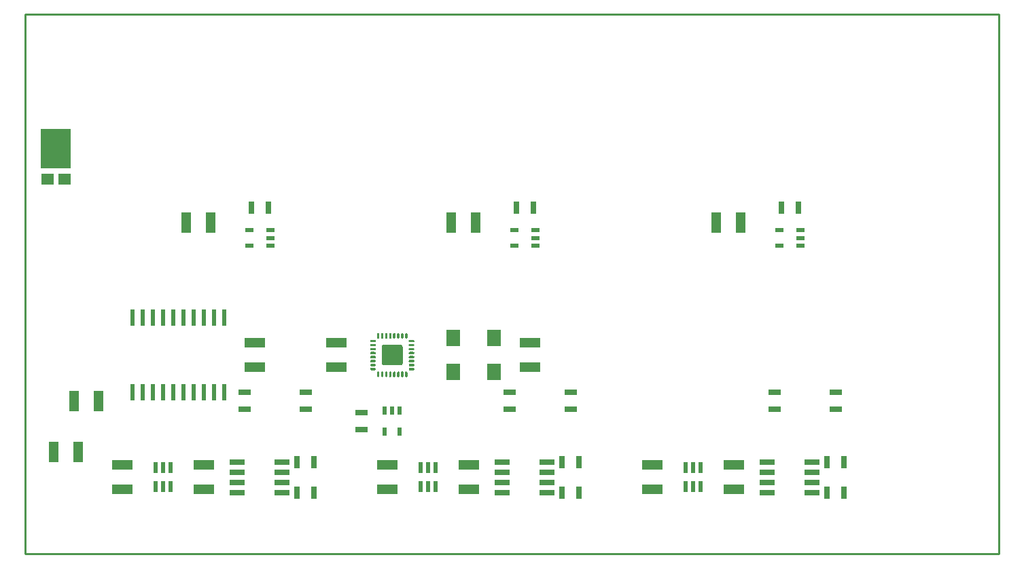
<source format=gbp>
%TF.GenerationSoftware,KiCad,Pcbnew,5.1.0-unknown-2447933~82~ubuntu18.04.1*%
%TF.CreationDate,2019-04-02T11:04:36-04:00*%
%TF.ProjectId,stepper_controller_5x3,73746570-7065-4725-9f63-6f6e74726f6c,1.2*%
%TF.SameCoordinates,Original*%
%TF.FileFunction,Paste,Bot*%
%TF.FilePolarity,Positive*%
%FSLAX46Y46*%
G04 Gerber Fmt 4.6, Leading zero omitted, Abs format (unit mm)*
G04 Created by KiCad (PCBNEW 5.1.0-unknown-2447933~82~ubuntu18.04.1) date 2019-04-02 11:04:36*
%MOMM*%
%LPD*%
G04 APERTURE LIST*
%ADD10C,0.228600*%
%ADD11C,0.100000*%
%ADD12C,2.587201*%
%ADD13C,0.300000*%
%ADD14R,2.540000X1.270000*%
%ADD15R,1.270000X2.540000*%
%ADD16R,1.800000X2.000000*%
%ADD17R,1.600000X1.440000*%
%ADD18R,3.800000X4.960000*%
%ADD19R,1.600200X0.787400*%
%ADD20R,0.787400X1.600200*%
%ADD21R,1.100000X0.600000*%
%ADD22R,1.910000X0.640000*%
%ADD23R,0.558800X1.330960*%
%ADD24R,0.600000X1.100000*%
%ADD25R,0.600000X2.000000*%
G04 APERTURE END LIST*
D10*
X191135000Y-71755000D02*
X69850000Y-71755000D01*
X191135000Y-139065000D02*
X191135000Y-71755000D01*
X69850000Y-139065000D02*
X191135000Y-139065000D01*
X69850000Y-71755000D02*
X69850000Y-139065000D01*
D11*
%TO.C,U1*%
G36*
X116630239Y-113007646D02*
G01*
X116655354Y-113011371D01*
X116679982Y-113017540D01*
X116703888Y-113026094D01*
X116726840Y-113036949D01*
X116748617Y-113050002D01*
X116769010Y-113065127D01*
X116787823Y-113082177D01*
X116804873Y-113100990D01*
X116819998Y-113121383D01*
X116833051Y-113143160D01*
X116843906Y-113166112D01*
X116852460Y-113190018D01*
X116858629Y-113214646D01*
X116862354Y-113239761D01*
X116863600Y-113265120D01*
X116863600Y-115334880D01*
X116862354Y-115360239D01*
X116858629Y-115385354D01*
X116852460Y-115409982D01*
X116843906Y-115433888D01*
X116833051Y-115456840D01*
X116819998Y-115478617D01*
X116804873Y-115499010D01*
X116787823Y-115517823D01*
X116769010Y-115534873D01*
X116748617Y-115549998D01*
X116726840Y-115563051D01*
X116703888Y-115573906D01*
X116679982Y-115582460D01*
X116655354Y-115588629D01*
X116630239Y-115592354D01*
X116604880Y-115593600D01*
X114535120Y-115593600D01*
X114509761Y-115592354D01*
X114484646Y-115588629D01*
X114460018Y-115582460D01*
X114436112Y-115573906D01*
X114413160Y-115563051D01*
X114391383Y-115549998D01*
X114370990Y-115534873D01*
X114352177Y-115517823D01*
X114335127Y-115499010D01*
X114320002Y-115478617D01*
X114306949Y-115456840D01*
X114296094Y-115433888D01*
X114287540Y-115409982D01*
X114281371Y-115385354D01*
X114277646Y-115360239D01*
X114276400Y-115334880D01*
X114276400Y-113265120D01*
X114277646Y-113239761D01*
X114281371Y-113214646D01*
X114287540Y-113190018D01*
X114296094Y-113166112D01*
X114306949Y-113143160D01*
X114320002Y-113121383D01*
X114335127Y-113100990D01*
X114352177Y-113082177D01*
X114370990Y-113065127D01*
X114391383Y-113050002D01*
X114413160Y-113036949D01*
X114436112Y-113026094D01*
X114460018Y-113017540D01*
X114484646Y-113011371D01*
X114509761Y-113007646D01*
X114535120Y-113006400D01*
X116604880Y-113006400D01*
X116630239Y-113007646D01*
X116630239Y-113007646D01*
G37*
D12*
X115570000Y-114300000D03*
D11*
G36*
X113834704Y-111550722D02*
G01*
X113849265Y-111552882D01*
X113863544Y-111556459D01*
X113877404Y-111561418D01*
X113890711Y-111567712D01*
X113903337Y-111575280D01*
X113915160Y-111584048D01*
X113926067Y-111593934D01*
X113935953Y-111604841D01*
X113944721Y-111616664D01*
X113952289Y-111629290D01*
X113958583Y-111642597D01*
X113963542Y-111656457D01*
X113967119Y-111670736D01*
X113969279Y-111685297D01*
X113970001Y-111700000D01*
X113970001Y-112100000D01*
X113969279Y-112114703D01*
X113967119Y-112129264D01*
X113963542Y-112143543D01*
X113958583Y-112157403D01*
X113952289Y-112170710D01*
X113944721Y-112183336D01*
X113935953Y-112195159D01*
X113926067Y-112206066D01*
X113915160Y-112215952D01*
X113903337Y-112224720D01*
X113890711Y-112232288D01*
X113877404Y-112238582D01*
X113863544Y-112243541D01*
X113849265Y-112247118D01*
X113834704Y-112249278D01*
X113820001Y-112250000D01*
X113819999Y-112250000D01*
X113805296Y-112249278D01*
X113790735Y-112247118D01*
X113776456Y-112243541D01*
X113762596Y-112238582D01*
X113749289Y-112232288D01*
X113736663Y-112224720D01*
X113724840Y-112215952D01*
X113713933Y-112206066D01*
X113704047Y-112195159D01*
X113695279Y-112183336D01*
X113687711Y-112170710D01*
X113681417Y-112157403D01*
X113676458Y-112143543D01*
X113672881Y-112129264D01*
X113670721Y-112114703D01*
X113669999Y-112100000D01*
X113669999Y-111700000D01*
X113670721Y-111685297D01*
X113672881Y-111670736D01*
X113676458Y-111656457D01*
X113681417Y-111642597D01*
X113687711Y-111629290D01*
X113695279Y-111616664D01*
X113704047Y-111604841D01*
X113713933Y-111593934D01*
X113724840Y-111584048D01*
X113736663Y-111575280D01*
X113749289Y-111567712D01*
X113762596Y-111561418D01*
X113776456Y-111556459D01*
X113790735Y-111552882D01*
X113805296Y-111550722D01*
X113819999Y-111550000D01*
X113820001Y-111550000D01*
X113834704Y-111550722D01*
X113834704Y-111550722D01*
G37*
D13*
X113820000Y-111900000D03*
D11*
G36*
X114334704Y-111550722D02*
G01*
X114349265Y-111552882D01*
X114363544Y-111556459D01*
X114377404Y-111561418D01*
X114390711Y-111567712D01*
X114403337Y-111575280D01*
X114415160Y-111584048D01*
X114426067Y-111593934D01*
X114435953Y-111604841D01*
X114444721Y-111616664D01*
X114452289Y-111629290D01*
X114458583Y-111642597D01*
X114463542Y-111656457D01*
X114467119Y-111670736D01*
X114469279Y-111685297D01*
X114470001Y-111700000D01*
X114470001Y-112100000D01*
X114469279Y-112114703D01*
X114467119Y-112129264D01*
X114463542Y-112143543D01*
X114458583Y-112157403D01*
X114452289Y-112170710D01*
X114444721Y-112183336D01*
X114435953Y-112195159D01*
X114426067Y-112206066D01*
X114415160Y-112215952D01*
X114403337Y-112224720D01*
X114390711Y-112232288D01*
X114377404Y-112238582D01*
X114363544Y-112243541D01*
X114349265Y-112247118D01*
X114334704Y-112249278D01*
X114320001Y-112250000D01*
X114319999Y-112250000D01*
X114305296Y-112249278D01*
X114290735Y-112247118D01*
X114276456Y-112243541D01*
X114262596Y-112238582D01*
X114249289Y-112232288D01*
X114236663Y-112224720D01*
X114224840Y-112215952D01*
X114213933Y-112206066D01*
X114204047Y-112195159D01*
X114195279Y-112183336D01*
X114187711Y-112170710D01*
X114181417Y-112157403D01*
X114176458Y-112143543D01*
X114172881Y-112129264D01*
X114170721Y-112114703D01*
X114169999Y-112100000D01*
X114169999Y-111700000D01*
X114170721Y-111685297D01*
X114172881Y-111670736D01*
X114176458Y-111656457D01*
X114181417Y-111642597D01*
X114187711Y-111629290D01*
X114195279Y-111616664D01*
X114204047Y-111604841D01*
X114213933Y-111593934D01*
X114224840Y-111584048D01*
X114236663Y-111575280D01*
X114249289Y-111567712D01*
X114262596Y-111561418D01*
X114276456Y-111556459D01*
X114290735Y-111552882D01*
X114305296Y-111550722D01*
X114319999Y-111550000D01*
X114320001Y-111550000D01*
X114334704Y-111550722D01*
X114334704Y-111550722D01*
G37*
D13*
X114320000Y-111900000D03*
D11*
G36*
X114834704Y-111550722D02*
G01*
X114849265Y-111552882D01*
X114863544Y-111556459D01*
X114877404Y-111561418D01*
X114890711Y-111567712D01*
X114903337Y-111575280D01*
X114915160Y-111584048D01*
X114926067Y-111593934D01*
X114935953Y-111604841D01*
X114944721Y-111616664D01*
X114952289Y-111629290D01*
X114958583Y-111642597D01*
X114963542Y-111656457D01*
X114967119Y-111670736D01*
X114969279Y-111685297D01*
X114970001Y-111700000D01*
X114970001Y-112100000D01*
X114969279Y-112114703D01*
X114967119Y-112129264D01*
X114963542Y-112143543D01*
X114958583Y-112157403D01*
X114952289Y-112170710D01*
X114944721Y-112183336D01*
X114935953Y-112195159D01*
X114926067Y-112206066D01*
X114915160Y-112215952D01*
X114903337Y-112224720D01*
X114890711Y-112232288D01*
X114877404Y-112238582D01*
X114863544Y-112243541D01*
X114849265Y-112247118D01*
X114834704Y-112249278D01*
X114820001Y-112250000D01*
X114819999Y-112250000D01*
X114805296Y-112249278D01*
X114790735Y-112247118D01*
X114776456Y-112243541D01*
X114762596Y-112238582D01*
X114749289Y-112232288D01*
X114736663Y-112224720D01*
X114724840Y-112215952D01*
X114713933Y-112206066D01*
X114704047Y-112195159D01*
X114695279Y-112183336D01*
X114687711Y-112170710D01*
X114681417Y-112157403D01*
X114676458Y-112143543D01*
X114672881Y-112129264D01*
X114670721Y-112114703D01*
X114669999Y-112100000D01*
X114669999Y-111700000D01*
X114670721Y-111685297D01*
X114672881Y-111670736D01*
X114676458Y-111656457D01*
X114681417Y-111642597D01*
X114687711Y-111629290D01*
X114695279Y-111616664D01*
X114704047Y-111604841D01*
X114713933Y-111593934D01*
X114724840Y-111584048D01*
X114736663Y-111575280D01*
X114749289Y-111567712D01*
X114762596Y-111561418D01*
X114776456Y-111556459D01*
X114790735Y-111552882D01*
X114805296Y-111550722D01*
X114819999Y-111550000D01*
X114820001Y-111550000D01*
X114834704Y-111550722D01*
X114834704Y-111550722D01*
G37*
D13*
X114820000Y-111900000D03*
D11*
G36*
X115334704Y-111550722D02*
G01*
X115349265Y-111552882D01*
X115363544Y-111556459D01*
X115377404Y-111561418D01*
X115390711Y-111567712D01*
X115403337Y-111575280D01*
X115415160Y-111584048D01*
X115426067Y-111593934D01*
X115435953Y-111604841D01*
X115444721Y-111616664D01*
X115452289Y-111629290D01*
X115458583Y-111642597D01*
X115463542Y-111656457D01*
X115467119Y-111670736D01*
X115469279Y-111685297D01*
X115470001Y-111700000D01*
X115470001Y-112100000D01*
X115469279Y-112114703D01*
X115467119Y-112129264D01*
X115463542Y-112143543D01*
X115458583Y-112157403D01*
X115452289Y-112170710D01*
X115444721Y-112183336D01*
X115435953Y-112195159D01*
X115426067Y-112206066D01*
X115415160Y-112215952D01*
X115403337Y-112224720D01*
X115390711Y-112232288D01*
X115377404Y-112238582D01*
X115363544Y-112243541D01*
X115349265Y-112247118D01*
X115334704Y-112249278D01*
X115320001Y-112250000D01*
X115319999Y-112250000D01*
X115305296Y-112249278D01*
X115290735Y-112247118D01*
X115276456Y-112243541D01*
X115262596Y-112238582D01*
X115249289Y-112232288D01*
X115236663Y-112224720D01*
X115224840Y-112215952D01*
X115213933Y-112206066D01*
X115204047Y-112195159D01*
X115195279Y-112183336D01*
X115187711Y-112170710D01*
X115181417Y-112157403D01*
X115176458Y-112143543D01*
X115172881Y-112129264D01*
X115170721Y-112114703D01*
X115169999Y-112100000D01*
X115169999Y-111700000D01*
X115170721Y-111685297D01*
X115172881Y-111670736D01*
X115176458Y-111656457D01*
X115181417Y-111642597D01*
X115187711Y-111629290D01*
X115195279Y-111616664D01*
X115204047Y-111604841D01*
X115213933Y-111593934D01*
X115224840Y-111584048D01*
X115236663Y-111575280D01*
X115249289Y-111567712D01*
X115262596Y-111561418D01*
X115276456Y-111556459D01*
X115290735Y-111552882D01*
X115305296Y-111550722D01*
X115319999Y-111550000D01*
X115320001Y-111550000D01*
X115334704Y-111550722D01*
X115334704Y-111550722D01*
G37*
D13*
X115320000Y-111900000D03*
D11*
G36*
X115834704Y-111550722D02*
G01*
X115849265Y-111552882D01*
X115863544Y-111556459D01*
X115877404Y-111561418D01*
X115890711Y-111567712D01*
X115903337Y-111575280D01*
X115915160Y-111584048D01*
X115926067Y-111593934D01*
X115935953Y-111604841D01*
X115944721Y-111616664D01*
X115952289Y-111629290D01*
X115958583Y-111642597D01*
X115963542Y-111656457D01*
X115967119Y-111670736D01*
X115969279Y-111685297D01*
X115970001Y-111700000D01*
X115970001Y-112100000D01*
X115969279Y-112114703D01*
X115967119Y-112129264D01*
X115963542Y-112143543D01*
X115958583Y-112157403D01*
X115952289Y-112170710D01*
X115944721Y-112183336D01*
X115935953Y-112195159D01*
X115926067Y-112206066D01*
X115915160Y-112215952D01*
X115903337Y-112224720D01*
X115890711Y-112232288D01*
X115877404Y-112238582D01*
X115863544Y-112243541D01*
X115849265Y-112247118D01*
X115834704Y-112249278D01*
X115820001Y-112250000D01*
X115819999Y-112250000D01*
X115805296Y-112249278D01*
X115790735Y-112247118D01*
X115776456Y-112243541D01*
X115762596Y-112238582D01*
X115749289Y-112232288D01*
X115736663Y-112224720D01*
X115724840Y-112215952D01*
X115713933Y-112206066D01*
X115704047Y-112195159D01*
X115695279Y-112183336D01*
X115687711Y-112170710D01*
X115681417Y-112157403D01*
X115676458Y-112143543D01*
X115672881Y-112129264D01*
X115670721Y-112114703D01*
X115669999Y-112100000D01*
X115669999Y-111700000D01*
X115670721Y-111685297D01*
X115672881Y-111670736D01*
X115676458Y-111656457D01*
X115681417Y-111642597D01*
X115687711Y-111629290D01*
X115695279Y-111616664D01*
X115704047Y-111604841D01*
X115713933Y-111593934D01*
X115724840Y-111584048D01*
X115736663Y-111575280D01*
X115749289Y-111567712D01*
X115762596Y-111561418D01*
X115776456Y-111556459D01*
X115790735Y-111552882D01*
X115805296Y-111550722D01*
X115819999Y-111550000D01*
X115820001Y-111550000D01*
X115834704Y-111550722D01*
X115834704Y-111550722D01*
G37*
D13*
X115820000Y-111900000D03*
D11*
G36*
X116334704Y-111550722D02*
G01*
X116349265Y-111552882D01*
X116363544Y-111556459D01*
X116377404Y-111561418D01*
X116390711Y-111567712D01*
X116403337Y-111575280D01*
X116415160Y-111584048D01*
X116426067Y-111593934D01*
X116435953Y-111604841D01*
X116444721Y-111616664D01*
X116452289Y-111629290D01*
X116458583Y-111642597D01*
X116463542Y-111656457D01*
X116467119Y-111670736D01*
X116469279Y-111685297D01*
X116470001Y-111700000D01*
X116470001Y-112100000D01*
X116469279Y-112114703D01*
X116467119Y-112129264D01*
X116463542Y-112143543D01*
X116458583Y-112157403D01*
X116452289Y-112170710D01*
X116444721Y-112183336D01*
X116435953Y-112195159D01*
X116426067Y-112206066D01*
X116415160Y-112215952D01*
X116403337Y-112224720D01*
X116390711Y-112232288D01*
X116377404Y-112238582D01*
X116363544Y-112243541D01*
X116349265Y-112247118D01*
X116334704Y-112249278D01*
X116320001Y-112250000D01*
X116319999Y-112250000D01*
X116305296Y-112249278D01*
X116290735Y-112247118D01*
X116276456Y-112243541D01*
X116262596Y-112238582D01*
X116249289Y-112232288D01*
X116236663Y-112224720D01*
X116224840Y-112215952D01*
X116213933Y-112206066D01*
X116204047Y-112195159D01*
X116195279Y-112183336D01*
X116187711Y-112170710D01*
X116181417Y-112157403D01*
X116176458Y-112143543D01*
X116172881Y-112129264D01*
X116170721Y-112114703D01*
X116169999Y-112100000D01*
X116169999Y-111700000D01*
X116170721Y-111685297D01*
X116172881Y-111670736D01*
X116176458Y-111656457D01*
X116181417Y-111642597D01*
X116187711Y-111629290D01*
X116195279Y-111616664D01*
X116204047Y-111604841D01*
X116213933Y-111593934D01*
X116224840Y-111584048D01*
X116236663Y-111575280D01*
X116249289Y-111567712D01*
X116262596Y-111561418D01*
X116276456Y-111556459D01*
X116290735Y-111552882D01*
X116305296Y-111550722D01*
X116319999Y-111550000D01*
X116320001Y-111550000D01*
X116334704Y-111550722D01*
X116334704Y-111550722D01*
G37*
D13*
X116320000Y-111900000D03*
D11*
G36*
X116834704Y-111550722D02*
G01*
X116849265Y-111552882D01*
X116863544Y-111556459D01*
X116877404Y-111561418D01*
X116890711Y-111567712D01*
X116903337Y-111575280D01*
X116915160Y-111584048D01*
X116926067Y-111593934D01*
X116935953Y-111604841D01*
X116944721Y-111616664D01*
X116952289Y-111629290D01*
X116958583Y-111642597D01*
X116963542Y-111656457D01*
X116967119Y-111670736D01*
X116969279Y-111685297D01*
X116970001Y-111700000D01*
X116970001Y-112100000D01*
X116969279Y-112114703D01*
X116967119Y-112129264D01*
X116963542Y-112143543D01*
X116958583Y-112157403D01*
X116952289Y-112170710D01*
X116944721Y-112183336D01*
X116935953Y-112195159D01*
X116926067Y-112206066D01*
X116915160Y-112215952D01*
X116903337Y-112224720D01*
X116890711Y-112232288D01*
X116877404Y-112238582D01*
X116863544Y-112243541D01*
X116849265Y-112247118D01*
X116834704Y-112249278D01*
X116820001Y-112250000D01*
X116819999Y-112250000D01*
X116805296Y-112249278D01*
X116790735Y-112247118D01*
X116776456Y-112243541D01*
X116762596Y-112238582D01*
X116749289Y-112232288D01*
X116736663Y-112224720D01*
X116724840Y-112215952D01*
X116713933Y-112206066D01*
X116704047Y-112195159D01*
X116695279Y-112183336D01*
X116687711Y-112170710D01*
X116681417Y-112157403D01*
X116676458Y-112143543D01*
X116672881Y-112129264D01*
X116670721Y-112114703D01*
X116669999Y-112100000D01*
X116669999Y-111700000D01*
X116670721Y-111685297D01*
X116672881Y-111670736D01*
X116676458Y-111656457D01*
X116681417Y-111642597D01*
X116687711Y-111629290D01*
X116695279Y-111616664D01*
X116704047Y-111604841D01*
X116713933Y-111593934D01*
X116724840Y-111584048D01*
X116736663Y-111575280D01*
X116749289Y-111567712D01*
X116762596Y-111561418D01*
X116776456Y-111556459D01*
X116790735Y-111552882D01*
X116805296Y-111550722D01*
X116819999Y-111550000D01*
X116820001Y-111550000D01*
X116834704Y-111550722D01*
X116834704Y-111550722D01*
G37*
D13*
X116820000Y-111900000D03*
D11*
G36*
X117334704Y-111550722D02*
G01*
X117349265Y-111552882D01*
X117363544Y-111556459D01*
X117377404Y-111561418D01*
X117390711Y-111567712D01*
X117403337Y-111575280D01*
X117415160Y-111584048D01*
X117426067Y-111593934D01*
X117435953Y-111604841D01*
X117444721Y-111616664D01*
X117452289Y-111629290D01*
X117458583Y-111642597D01*
X117463542Y-111656457D01*
X117467119Y-111670736D01*
X117469279Y-111685297D01*
X117470001Y-111700000D01*
X117470001Y-112100000D01*
X117469279Y-112114703D01*
X117467119Y-112129264D01*
X117463542Y-112143543D01*
X117458583Y-112157403D01*
X117452289Y-112170710D01*
X117444721Y-112183336D01*
X117435953Y-112195159D01*
X117426067Y-112206066D01*
X117415160Y-112215952D01*
X117403337Y-112224720D01*
X117390711Y-112232288D01*
X117377404Y-112238582D01*
X117363544Y-112243541D01*
X117349265Y-112247118D01*
X117334704Y-112249278D01*
X117320001Y-112250000D01*
X117319999Y-112250000D01*
X117305296Y-112249278D01*
X117290735Y-112247118D01*
X117276456Y-112243541D01*
X117262596Y-112238582D01*
X117249289Y-112232288D01*
X117236663Y-112224720D01*
X117224840Y-112215952D01*
X117213933Y-112206066D01*
X117204047Y-112195159D01*
X117195279Y-112183336D01*
X117187711Y-112170710D01*
X117181417Y-112157403D01*
X117176458Y-112143543D01*
X117172881Y-112129264D01*
X117170721Y-112114703D01*
X117169999Y-112100000D01*
X117169999Y-111700000D01*
X117170721Y-111685297D01*
X117172881Y-111670736D01*
X117176458Y-111656457D01*
X117181417Y-111642597D01*
X117187711Y-111629290D01*
X117195279Y-111616664D01*
X117204047Y-111604841D01*
X117213933Y-111593934D01*
X117224840Y-111584048D01*
X117236663Y-111575280D01*
X117249289Y-111567712D01*
X117262596Y-111561418D01*
X117276456Y-111556459D01*
X117290735Y-111552882D01*
X117305296Y-111550722D01*
X117319999Y-111550000D01*
X117320001Y-111550000D01*
X117334704Y-111550722D01*
X117334704Y-111550722D01*
G37*
D13*
X117320000Y-111900000D03*
D11*
G36*
X117334704Y-116350722D02*
G01*
X117349265Y-116352882D01*
X117363544Y-116356459D01*
X117377404Y-116361418D01*
X117390711Y-116367712D01*
X117403337Y-116375280D01*
X117415160Y-116384048D01*
X117426067Y-116393934D01*
X117435953Y-116404841D01*
X117444721Y-116416664D01*
X117452289Y-116429290D01*
X117458583Y-116442597D01*
X117463542Y-116456457D01*
X117467119Y-116470736D01*
X117469279Y-116485297D01*
X117470001Y-116500000D01*
X117470001Y-116900000D01*
X117469279Y-116914703D01*
X117467119Y-116929264D01*
X117463542Y-116943543D01*
X117458583Y-116957403D01*
X117452289Y-116970710D01*
X117444721Y-116983336D01*
X117435953Y-116995159D01*
X117426067Y-117006066D01*
X117415160Y-117015952D01*
X117403337Y-117024720D01*
X117390711Y-117032288D01*
X117377404Y-117038582D01*
X117363544Y-117043541D01*
X117349265Y-117047118D01*
X117334704Y-117049278D01*
X117320001Y-117050000D01*
X117319999Y-117050000D01*
X117305296Y-117049278D01*
X117290735Y-117047118D01*
X117276456Y-117043541D01*
X117262596Y-117038582D01*
X117249289Y-117032288D01*
X117236663Y-117024720D01*
X117224840Y-117015952D01*
X117213933Y-117006066D01*
X117204047Y-116995159D01*
X117195279Y-116983336D01*
X117187711Y-116970710D01*
X117181417Y-116957403D01*
X117176458Y-116943543D01*
X117172881Y-116929264D01*
X117170721Y-116914703D01*
X117169999Y-116900000D01*
X117169999Y-116500000D01*
X117170721Y-116485297D01*
X117172881Y-116470736D01*
X117176458Y-116456457D01*
X117181417Y-116442597D01*
X117187711Y-116429290D01*
X117195279Y-116416664D01*
X117204047Y-116404841D01*
X117213933Y-116393934D01*
X117224840Y-116384048D01*
X117236663Y-116375280D01*
X117249289Y-116367712D01*
X117262596Y-116361418D01*
X117276456Y-116356459D01*
X117290735Y-116352882D01*
X117305296Y-116350722D01*
X117319999Y-116350000D01*
X117320001Y-116350000D01*
X117334704Y-116350722D01*
X117334704Y-116350722D01*
G37*
D13*
X117320000Y-116700000D03*
D11*
G36*
X116834704Y-116350722D02*
G01*
X116849265Y-116352882D01*
X116863544Y-116356459D01*
X116877404Y-116361418D01*
X116890711Y-116367712D01*
X116903337Y-116375280D01*
X116915160Y-116384048D01*
X116926067Y-116393934D01*
X116935953Y-116404841D01*
X116944721Y-116416664D01*
X116952289Y-116429290D01*
X116958583Y-116442597D01*
X116963542Y-116456457D01*
X116967119Y-116470736D01*
X116969279Y-116485297D01*
X116970001Y-116500000D01*
X116970001Y-116900000D01*
X116969279Y-116914703D01*
X116967119Y-116929264D01*
X116963542Y-116943543D01*
X116958583Y-116957403D01*
X116952289Y-116970710D01*
X116944721Y-116983336D01*
X116935953Y-116995159D01*
X116926067Y-117006066D01*
X116915160Y-117015952D01*
X116903337Y-117024720D01*
X116890711Y-117032288D01*
X116877404Y-117038582D01*
X116863544Y-117043541D01*
X116849265Y-117047118D01*
X116834704Y-117049278D01*
X116820001Y-117050000D01*
X116819999Y-117050000D01*
X116805296Y-117049278D01*
X116790735Y-117047118D01*
X116776456Y-117043541D01*
X116762596Y-117038582D01*
X116749289Y-117032288D01*
X116736663Y-117024720D01*
X116724840Y-117015952D01*
X116713933Y-117006066D01*
X116704047Y-116995159D01*
X116695279Y-116983336D01*
X116687711Y-116970710D01*
X116681417Y-116957403D01*
X116676458Y-116943543D01*
X116672881Y-116929264D01*
X116670721Y-116914703D01*
X116669999Y-116900000D01*
X116669999Y-116500000D01*
X116670721Y-116485297D01*
X116672881Y-116470736D01*
X116676458Y-116456457D01*
X116681417Y-116442597D01*
X116687711Y-116429290D01*
X116695279Y-116416664D01*
X116704047Y-116404841D01*
X116713933Y-116393934D01*
X116724840Y-116384048D01*
X116736663Y-116375280D01*
X116749289Y-116367712D01*
X116762596Y-116361418D01*
X116776456Y-116356459D01*
X116790735Y-116352882D01*
X116805296Y-116350722D01*
X116819999Y-116350000D01*
X116820001Y-116350000D01*
X116834704Y-116350722D01*
X116834704Y-116350722D01*
G37*
D13*
X116820000Y-116700000D03*
D11*
G36*
X116334704Y-116350722D02*
G01*
X116349265Y-116352882D01*
X116363544Y-116356459D01*
X116377404Y-116361418D01*
X116390711Y-116367712D01*
X116403337Y-116375280D01*
X116415160Y-116384048D01*
X116426067Y-116393934D01*
X116435953Y-116404841D01*
X116444721Y-116416664D01*
X116452289Y-116429290D01*
X116458583Y-116442597D01*
X116463542Y-116456457D01*
X116467119Y-116470736D01*
X116469279Y-116485297D01*
X116470001Y-116500000D01*
X116470001Y-116900000D01*
X116469279Y-116914703D01*
X116467119Y-116929264D01*
X116463542Y-116943543D01*
X116458583Y-116957403D01*
X116452289Y-116970710D01*
X116444721Y-116983336D01*
X116435953Y-116995159D01*
X116426067Y-117006066D01*
X116415160Y-117015952D01*
X116403337Y-117024720D01*
X116390711Y-117032288D01*
X116377404Y-117038582D01*
X116363544Y-117043541D01*
X116349265Y-117047118D01*
X116334704Y-117049278D01*
X116320001Y-117050000D01*
X116319999Y-117050000D01*
X116305296Y-117049278D01*
X116290735Y-117047118D01*
X116276456Y-117043541D01*
X116262596Y-117038582D01*
X116249289Y-117032288D01*
X116236663Y-117024720D01*
X116224840Y-117015952D01*
X116213933Y-117006066D01*
X116204047Y-116995159D01*
X116195279Y-116983336D01*
X116187711Y-116970710D01*
X116181417Y-116957403D01*
X116176458Y-116943543D01*
X116172881Y-116929264D01*
X116170721Y-116914703D01*
X116169999Y-116900000D01*
X116169999Y-116500000D01*
X116170721Y-116485297D01*
X116172881Y-116470736D01*
X116176458Y-116456457D01*
X116181417Y-116442597D01*
X116187711Y-116429290D01*
X116195279Y-116416664D01*
X116204047Y-116404841D01*
X116213933Y-116393934D01*
X116224840Y-116384048D01*
X116236663Y-116375280D01*
X116249289Y-116367712D01*
X116262596Y-116361418D01*
X116276456Y-116356459D01*
X116290735Y-116352882D01*
X116305296Y-116350722D01*
X116319999Y-116350000D01*
X116320001Y-116350000D01*
X116334704Y-116350722D01*
X116334704Y-116350722D01*
G37*
D13*
X116320000Y-116700000D03*
D11*
G36*
X115834704Y-116350722D02*
G01*
X115849265Y-116352882D01*
X115863544Y-116356459D01*
X115877404Y-116361418D01*
X115890711Y-116367712D01*
X115903337Y-116375280D01*
X115915160Y-116384048D01*
X115926067Y-116393934D01*
X115935953Y-116404841D01*
X115944721Y-116416664D01*
X115952289Y-116429290D01*
X115958583Y-116442597D01*
X115963542Y-116456457D01*
X115967119Y-116470736D01*
X115969279Y-116485297D01*
X115970001Y-116500000D01*
X115970001Y-116900000D01*
X115969279Y-116914703D01*
X115967119Y-116929264D01*
X115963542Y-116943543D01*
X115958583Y-116957403D01*
X115952289Y-116970710D01*
X115944721Y-116983336D01*
X115935953Y-116995159D01*
X115926067Y-117006066D01*
X115915160Y-117015952D01*
X115903337Y-117024720D01*
X115890711Y-117032288D01*
X115877404Y-117038582D01*
X115863544Y-117043541D01*
X115849265Y-117047118D01*
X115834704Y-117049278D01*
X115820001Y-117050000D01*
X115819999Y-117050000D01*
X115805296Y-117049278D01*
X115790735Y-117047118D01*
X115776456Y-117043541D01*
X115762596Y-117038582D01*
X115749289Y-117032288D01*
X115736663Y-117024720D01*
X115724840Y-117015952D01*
X115713933Y-117006066D01*
X115704047Y-116995159D01*
X115695279Y-116983336D01*
X115687711Y-116970710D01*
X115681417Y-116957403D01*
X115676458Y-116943543D01*
X115672881Y-116929264D01*
X115670721Y-116914703D01*
X115669999Y-116900000D01*
X115669999Y-116500000D01*
X115670721Y-116485297D01*
X115672881Y-116470736D01*
X115676458Y-116456457D01*
X115681417Y-116442597D01*
X115687711Y-116429290D01*
X115695279Y-116416664D01*
X115704047Y-116404841D01*
X115713933Y-116393934D01*
X115724840Y-116384048D01*
X115736663Y-116375280D01*
X115749289Y-116367712D01*
X115762596Y-116361418D01*
X115776456Y-116356459D01*
X115790735Y-116352882D01*
X115805296Y-116350722D01*
X115819999Y-116350000D01*
X115820001Y-116350000D01*
X115834704Y-116350722D01*
X115834704Y-116350722D01*
G37*
D13*
X115820000Y-116700000D03*
D11*
G36*
X115334704Y-116350722D02*
G01*
X115349265Y-116352882D01*
X115363544Y-116356459D01*
X115377404Y-116361418D01*
X115390711Y-116367712D01*
X115403337Y-116375280D01*
X115415160Y-116384048D01*
X115426067Y-116393934D01*
X115435953Y-116404841D01*
X115444721Y-116416664D01*
X115452289Y-116429290D01*
X115458583Y-116442597D01*
X115463542Y-116456457D01*
X115467119Y-116470736D01*
X115469279Y-116485297D01*
X115470001Y-116500000D01*
X115470001Y-116900000D01*
X115469279Y-116914703D01*
X115467119Y-116929264D01*
X115463542Y-116943543D01*
X115458583Y-116957403D01*
X115452289Y-116970710D01*
X115444721Y-116983336D01*
X115435953Y-116995159D01*
X115426067Y-117006066D01*
X115415160Y-117015952D01*
X115403337Y-117024720D01*
X115390711Y-117032288D01*
X115377404Y-117038582D01*
X115363544Y-117043541D01*
X115349265Y-117047118D01*
X115334704Y-117049278D01*
X115320001Y-117050000D01*
X115319999Y-117050000D01*
X115305296Y-117049278D01*
X115290735Y-117047118D01*
X115276456Y-117043541D01*
X115262596Y-117038582D01*
X115249289Y-117032288D01*
X115236663Y-117024720D01*
X115224840Y-117015952D01*
X115213933Y-117006066D01*
X115204047Y-116995159D01*
X115195279Y-116983336D01*
X115187711Y-116970710D01*
X115181417Y-116957403D01*
X115176458Y-116943543D01*
X115172881Y-116929264D01*
X115170721Y-116914703D01*
X115169999Y-116900000D01*
X115169999Y-116500000D01*
X115170721Y-116485297D01*
X115172881Y-116470736D01*
X115176458Y-116456457D01*
X115181417Y-116442597D01*
X115187711Y-116429290D01*
X115195279Y-116416664D01*
X115204047Y-116404841D01*
X115213933Y-116393934D01*
X115224840Y-116384048D01*
X115236663Y-116375280D01*
X115249289Y-116367712D01*
X115262596Y-116361418D01*
X115276456Y-116356459D01*
X115290735Y-116352882D01*
X115305296Y-116350722D01*
X115319999Y-116350000D01*
X115320001Y-116350000D01*
X115334704Y-116350722D01*
X115334704Y-116350722D01*
G37*
D13*
X115320000Y-116700000D03*
D11*
G36*
X114834704Y-116350722D02*
G01*
X114849265Y-116352882D01*
X114863544Y-116356459D01*
X114877404Y-116361418D01*
X114890711Y-116367712D01*
X114903337Y-116375280D01*
X114915160Y-116384048D01*
X114926067Y-116393934D01*
X114935953Y-116404841D01*
X114944721Y-116416664D01*
X114952289Y-116429290D01*
X114958583Y-116442597D01*
X114963542Y-116456457D01*
X114967119Y-116470736D01*
X114969279Y-116485297D01*
X114970001Y-116500000D01*
X114970001Y-116900000D01*
X114969279Y-116914703D01*
X114967119Y-116929264D01*
X114963542Y-116943543D01*
X114958583Y-116957403D01*
X114952289Y-116970710D01*
X114944721Y-116983336D01*
X114935953Y-116995159D01*
X114926067Y-117006066D01*
X114915160Y-117015952D01*
X114903337Y-117024720D01*
X114890711Y-117032288D01*
X114877404Y-117038582D01*
X114863544Y-117043541D01*
X114849265Y-117047118D01*
X114834704Y-117049278D01*
X114820001Y-117050000D01*
X114819999Y-117050000D01*
X114805296Y-117049278D01*
X114790735Y-117047118D01*
X114776456Y-117043541D01*
X114762596Y-117038582D01*
X114749289Y-117032288D01*
X114736663Y-117024720D01*
X114724840Y-117015952D01*
X114713933Y-117006066D01*
X114704047Y-116995159D01*
X114695279Y-116983336D01*
X114687711Y-116970710D01*
X114681417Y-116957403D01*
X114676458Y-116943543D01*
X114672881Y-116929264D01*
X114670721Y-116914703D01*
X114669999Y-116900000D01*
X114669999Y-116500000D01*
X114670721Y-116485297D01*
X114672881Y-116470736D01*
X114676458Y-116456457D01*
X114681417Y-116442597D01*
X114687711Y-116429290D01*
X114695279Y-116416664D01*
X114704047Y-116404841D01*
X114713933Y-116393934D01*
X114724840Y-116384048D01*
X114736663Y-116375280D01*
X114749289Y-116367712D01*
X114762596Y-116361418D01*
X114776456Y-116356459D01*
X114790735Y-116352882D01*
X114805296Y-116350722D01*
X114819999Y-116350000D01*
X114820001Y-116350000D01*
X114834704Y-116350722D01*
X114834704Y-116350722D01*
G37*
D13*
X114820000Y-116700000D03*
D11*
G36*
X114334704Y-116350722D02*
G01*
X114349265Y-116352882D01*
X114363544Y-116356459D01*
X114377404Y-116361418D01*
X114390711Y-116367712D01*
X114403337Y-116375280D01*
X114415160Y-116384048D01*
X114426067Y-116393934D01*
X114435953Y-116404841D01*
X114444721Y-116416664D01*
X114452289Y-116429290D01*
X114458583Y-116442597D01*
X114463542Y-116456457D01*
X114467119Y-116470736D01*
X114469279Y-116485297D01*
X114470001Y-116500000D01*
X114470001Y-116900000D01*
X114469279Y-116914703D01*
X114467119Y-116929264D01*
X114463542Y-116943543D01*
X114458583Y-116957403D01*
X114452289Y-116970710D01*
X114444721Y-116983336D01*
X114435953Y-116995159D01*
X114426067Y-117006066D01*
X114415160Y-117015952D01*
X114403337Y-117024720D01*
X114390711Y-117032288D01*
X114377404Y-117038582D01*
X114363544Y-117043541D01*
X114349265Y-117047118D01*
X114334704Y-117049278D01*
X114320001Y-117050000D01*
X114319999Y-117050000D01*
X114305296Y-117049278D01*
X114290735Y-117047118D01*
X114276456Y-117043541D01*
X114262596Y-117038582D01*
X114249289Y-117032288D01*
X114236663Y-117024720D01*
X114224840Y-117015952D01*
X114213933Y-117006066D01*
X114204047Y-116995159D01*
X114195279Y-116983336D01*
X114187711Y-116970710D01*
X114181417Y-116957403D01*
X114176458Y-116943543D01*
X114172881Y-116929264D01*
X114170721Y-116914703D01*
X114169999Y-116900000D01*
X114169999Y-116500000D01*
X114170721Y-116485297D01*
X114172881Y-116470736D01*
X114176458Y-116456457D01*
X114181417Y-116442597D01*
X114187711Y-116429290D01*
X114195279Y-116416664D01*
X114204047Y-116404841D01*
X114213933Y-116393934D01*
X114224840Y-116384048D01*
X114236663Y-116375280D01*
X114249289Y-116367712D01*
X114262596Y-116361418D01*
X114276456Y-116356459D01*
X114290735Y-116352882D01*
X114305296Y-116350722D01*
X114319999Y-116350000D01*
X114320001Y-116350000D01*
X114334704Y-116350722D01*
X114334704Y-116350722D01*
G37*
D13*
X114320000Y-116700000D03*
D11*
G36*
X113834704Y-116350722D02*
G01*
X113849265Y-116352882D01*
X113863544Y-116356459D01*
X113877404Y-116361418D01*
X113890711Y-116367712D01*
X113903337Y-116375280D01*
X113915160Y-116384048D01*
X113926067Y-116393934D01*
X113935953Y-116404841D01*
X113944721Y-116416664D01*
X113952289Y-116429290D01*
X113958583Y-116442597D01*
X113963542Y-116456457D01*
X113967119Y-116470736D01*
X113969279Y-116485297D01*
X113970001Y-116500000D01*
X113970001Y-116900000D01*
X113969279Y-116914703D01*
X113967119Y-116929264D01*
X113963542Y-116943543D01*
X113958583Y-116957403D01*
X113952289Y-116970710D01*
X113944721Y-116983336D01*
X113935953Y-116995159D01*
X113926067Y-117006066D01*
X113915160Y-117015952D01*
X113903337Y-117024720D01*
X113890711Y-117032288D01*
X113877404Y-117038582D01*
X113863544Y-117043541D01*
X113849265Y-117047118D01*
X113834704Y-117049278D01*
X113820001Y-117050000D01*
X113819999Y-117050000D01*
X113805296Y-117049278D01*
X113790735Y-117047118D01*
X113776456Y-117043541D01*
X113762596Y-117038582D01*
X113749289Y-117032288D01*
X113736663Y-117024720D01*
X113724840Y-117015952D01*
X113713933Y-117006066D01*
X113704047Y-116995159D01*
X113695279Y-116983336D01*
X113687711Y-116970710D01*
X113681417Y-116957403D01*
X113676458Y-116943543D01*
X113672881Y-116929264D01*
X113670721Y-116914703D01*
X113669999Y-116900000D01*
X113669999Y-116500000D01*
X113670721Y-116485297D01*
X113672881Y-116470736D01*
X113676458Y-116456457D01*
X113681417Y-116442597D01*
X113687711Y-116429290D01*
X113695279Y-116416664D01*
X113704047Y-116404841D01*
X113713933Y-116393934D01*
X113724840Y-116384048D01*
X113736663Y-116375280D01*
X113749289Y-116367712D01*
X113762596Y-116361418D01*
X113776456Y-116356459D01*
X113790735Y-116352882D01*
X113805296Y-116350722D01*
X113819999Y-116350000D01*
X113820001Y-116350000D01*
X113834704Y-116350722D01*
X113834704Y-116350722D01*
G37*
D13*
X113820000Y-116700000D03*
D11*
G36*
X118184703Y-112400721D02*
G01*
X118199264Y-112402881D01*
X118213543Y-112406458D01*
X118227403Y-112411417D01*
X118240710Y-112417711D01*
X118253336Y-112425279D01*
X118265159Y-112434047D01*
X118276066Y-112443933D01*
X118285952Y-112454840D01*
X118294720Y-112466663D01*
X118302288Y-112479289D01*
X118308582Y-112492596D01*
X118313541Y-112506456D01*
X118317118Y-112520735D01*
X118319278Y-112535296D01*
X118320000Y-112549999D01*
X118320000Y-112550001D01*
X118319278Y-112564704D01*
X118317118Y-112579265D01*
X118313541Y-112593544D01*
X118308582Y-112607404D01*
X118302288Y-112620711D01*
X118294720Y-112633337D01*
X118285952Y-112645160D01*
X118276066Y-112656067D01*
X118265159Y-112665953D01*
X118253336Y-112674721D01*
X118240710Y-112682289D01*
X118227403Y-112688583D01*
X118213543Y-112693542D01*
X118199264Y-112697119D01*
X118184703Y-112699279D01*
X118170000Y-112700001D01*
X117770000Y-112700001D01*
X117755297Y-112699279D01*
X117740736Y-112697119D01*
X117726457Y-112693542D01*
X117712597Y-112688583D01*
X117699290Y-112682289D01*
X117686664Y-112674721D01*
X117674841Y-112665953D01*
X117663934Y-112656067D01*
X117654048Y-112645160D01*
X117645280Y-112633337D01*
X117637712Y-112620711D01*
X117631418Y-112607404D01*
X117626459Y-112593544D01*
X117622882Y-112579265D01*
X117620722Y-112564704D01*
X117620000Y-112550001D01*
X117620000Y-112549999D01*
X117620722Y-112535296D01*
X117622882Y-112520735D01*
X117626459Y-112506456D01*
X117631418Y-112492596D01*
X117637712Y-112479289D01*
X117645280Y-112466663D01*
X117654048Y-112454840D01*
X117663934Y-112443933D01*
X117674841Y-112434047D01*
X117686664Y-112425279D01*
X117699290Y-112417711D01*
X117712597Y-112411417D01*
X117726457Y-112406458D01*
X117740736Y-112402881D01*
X117755297Y-112400721D01*
X117770000Y-112399999D01*
X118170000Y-112399999D01*
X118184703Y-112400721D01*
X118184703Y-112400721D01*
G37*
D13*
X117970000Y-112550000D03*
D11*
G36*
X118184703Y-112900721D02*
G01*
X118199264Y-112902881D01*
X118213543Y-112906458D01*
X118227403Y-112911417D01*
X118240710Y-112917711D01*
X118253336Y-112925279D01*
X118265159Y-112934047D01*
X118276066Y-112943933D01*
X118285952Y-112954840D01*
X118294720Y-112966663D01*
X118302288Y-112979289D01*
X118308582Y-112992596D01*
X118313541Y-113006456D01*
X118317118Y-113020735D01*
X118319278Y-113035296D01*
X118320000Y-113049999D01*
X118320000Y-113050001D01*
X118319278Y-113064704D01*
X118317118Y-113079265D01*
X118313541Y-113093544D01*
X118308582Y-113107404D01*
X118302288Y-113120711D01*
X118294720Y-113133337D01*
X118285952Y-113145160D01*
X118276066Y-113156067D01*
X118265159Y-113165953D01*
X118253336Y-113174721D01*
X118240710Y-113182289D01*
X118227403Y-113188583D01*
X118213543Y-113193542D01*
X118199264Y-113197119D01*
X118184703Y-113199279D01*
X118170000Y-113200001D01*
X117770000Y-113200001D01*
X117755297Y-113199279D01*
X117740736Y-113197119D01*
X117726457Y-113193542D01*
X117712597Y-113188583D01*
X117699290Y-113182289D01*
X117686664Y-113174721D01*
X117674841Y-113165953D01*
X117663934Y-113156067D01*
X117654048Y-113145160D01*
X117645280Y-113133337D01*
X117637712Y-113120711D01*
X117631418Y-113107404D01*
X117626459Y-113093544D01*
X117622882Y-113079265D01*
X117620722Y-113064704D01*
X117620000Y-113050001D01*
X117620000Y-113049999D01*
X117620722Y-113035296D01*
X117622882Y-113020735D01*
X117626459Y-113006456D01*
X117631418Y-112992596D01*
X117637712Y-112979289D01*
X117645280Y-112966663D01*
X117654048Y-112954840D01*
X117663934Y-112943933D01*
X117674841Y-112934047D01*
X117686664Y-112925279D01*
X117699290Y-112917711D01*
X117712597Y-112911417D01*
X117726457Y-112906458D01*
X117740736Y-112902881D01*
X117755297Y-112900721D01*
X117770000Y-112899999D01*
X118170000Y-112899999D01*
X118184703Y-112900721D01*
X118184703Y-112900721D01*
G37*
D13*
X117970000Y-113050000D03*
D11*
G36*
X118184703Y-113400721D02*
G01*
X118199264Y-113402881D01*
X118213543Y-113406458D01*
X118227403Y-113411417D01*
X118240710Y-113417711D01*
X118253336Y-113425279D01*
X118265159Y-113434047D01*
X118276066Y-113443933D01*
X118285952Y-113454840D01*
X118294720Y-113466663D01*
X118302288Y-113479289D01*
X118308582Y-113492596D01*
X118313541Y-113506456D01*
X118317118Y-113520735D01*
X118319278Y-113535296D01*
X118320000Y-113549999D01*
X118320000Y-113550001D01*
X118319278Y-113564704D01*
X118317118Y-113579265D01*
X118313541Y-113593544D01*
X118308582Y-113607404D01*
X118302288Y-113620711D01*
X118294720Y-113633337D01*
X118285952Y-113645160D01*
X118276066Y-113656067D01*
X118265159Y-113665953D01*
X118253336Y-113674721D01*
X118240710Y-113682289D01*
X118227403Y-113688583D01*
X118213543Y-113693542D01*
X118199264Y-113697119D01*
X118184703Y-113699279D01*
X118170000Y-113700001D01*
X117770000Y-113700001D01*
X117755297Y-113699279D01*
X117740736Y-113697119D01*
X117726457Y-113693542D01*
X117712597Y-113688583D01*
X117699290Y-113682289D01*
X117686664Y-113674721D01*
X117674841Y-113665953D01*
X117663934Y-113656067D01*
X117654048Y-113645160D01*
X117645280Y-113633337D01*
X117637712Y-113620711D01*
X117631418Y-113607404D01*
X117626459Y-113593544D01*
X117622882Y-113579265D01*
X117620722Y-113564704D01*
X117620000Y-113550001D01*
X117620000Y-113549999D01*
X117620722Y-113535296D01*
X117622882Y-113520735D01*
X117626459Y-113506456D01*
X117631418Y-113492596D01*
X117637712Y-113479289D01*
X117645280Y-113466663D01*
X117654048Y-113454840D01*
X117663934Y-113443933D01*
X117674841Y-113434047D01*
X117686664Y-113425279D01*
X117699290Y-113417711D01*
X117712597Y-113411417D01*
X117726457Y-113406458D01*
X117740736Y-113402881D01*
X117755297Y-113400721D01*
X117770000Y-113399999D01*
X118170000Y-113399999D01*
X118184703Y-113400721D01*
X118184703Y-113400721D01*
G37*
D13*
X117970000Y-113550000D03*
D11*
G36*
X118184703Y-113900721D02*
G01*
X118199264Y-113902881D01*
X118213543Y-113906458D01*
X118227403Y-113911417D01*
X118240710Y-113917711D01*
X118253336Y-113925279D01*
X118265159Y-113934047D01*
X118276066Y-113943933D01*
X118285952Y-113954840D01*
X118294720Y-113966663D01*
X118302288Y-113979289D01*
X118308582Y-113992596D01*
X118313541Y-114006456D01*
X118317118Y-114020735D01*
X118319278Y-114035296D01*
X118320000Y-114049999D01*
X118320000Y-114050001D01*
X118319278Y-114064704D01*
X118317118Y-114079265D01*
X118313541Y-114093544D01*
X118308582Y-114107404D01*
X118302288Y-114120711D01*
X118294720Y-114133337D01*
X118285952Y-114145160D01*
X118276066Y-114156067D01*
X118265159Y-114165953D01*
X118253336Y-114174721D01*
X118240710Y-114182289D01*
X118227403Y-114188583D01*
X118213543Y-114193542D01*
X118199264Y-114197119D01*
X118184703Y-114199279D01*
X118170000Y-114200001D01*
X117770000Y-114200001D01*
X117755297Y-114199279D01*
X117740736Y-114197119D01*
X117726457Y-114193542D01*
X117712597Y-114188583D01*
X117699290Y-114182289D01*
X117686664Y-114174721D01*
X117674841Y-114165953D01*
X117663934Y-114156067D01*
X117654048Y-114145160D01*
X117645280Y-114133337D01*
X117637712Y-114120711D01*
X117631418Y-114107404D01*
X117626459Y-114093544D01*
X117622882Y-114079265D01*
X117620722Y-114064704D01*
X117620000Y-114050001D01*
X117620000Y-114049999D01*
X117620722Y-114035296D01*
X117622882Y-114020735D01*
X117626459Y-114006456D01*
X117631418Y-113992596D01*
X117637712Y-113979289D01*
X117645280Y-113966663D01*
X117654048Y-113954840D01*
X117663934Y-113943933D01*
X117674841Y-113934047D01*
X117686664Y-113925279D01*
X117699290Y-113917711D01*
X117712597Y-113911417D01*
X117726457Y-113906458D01*
X117740736Y-113902881D01*
X117755297Y-113900721D01*
X117770000Y-113899999D01*
X118170000Y-113899999D01*
X118184703Y-113900721D01*
X118184703Y-113900721D01*
G37*
D13*
X117970000Y-114050000D03*
D11*
G36*
X118184703Y-114400721D02*
G01*
X118199264Y-114402881D01*
X118213543Y-114406458D01*
X118227403Y-114411417D01*
X118240710Y-114417711D01*
X118253336Y-114425279D01*
X118265159Y-114434047D01*
X118276066Y-114443933D01*
X118285952Y-114454840D01*
X118294720Y-114466663D01*
X118302288Y-114479289D01*
X118308582Y-114492596D01*
X118313541Y-114506456D01*
X118317118Y-114520735D01*
X118319278Y-114535296D01*
X118320000Y-114549999D01*
X118320000Y-114550001D01*
X118319278Y-114564704D01*
X118317118Y-114579265D01*
X118313541Y-114593544D01*
X118308582Y-114607404D01*
X118302288Y-114620711D01*
X118294720Y-114633337D01*
X118285952Y-114645160D01*
X118276066Y-114656067D01*
X118265159Y-114665953D01*
X118253336Y-114674721D01*
X118240710Y-114682289D01*
X118227403Y-114688583D01*
X118213543Y-114693542D01*
X118199264Y-114697119D01*
X118184703Y-114699279D01*
X118170000Y-114700001D01*
X117770000Y-114700001D01*
X117755297Y-114699279D01*
X117740736Y-114697119D01*
X117726457Y-114693542D01*
X117712597Y-114688583D01*
X117699290Y-114682289D01*
X117686664Y-114674721D01*
X117674841Y-114665953D01*
X117663934Y-114656067D01*
X117654048Y-114645160D01*
X117645280Y-114633337D01*
X117637712Y-114620711D01*
X117631418Y-114607404D01*
X117626459Y-114593544D01*
X117622882Y-114579265D01*
X117620722Y-114564704D01*
X117620000Y-114550001D01*
X117620000Y-114549999D01*
X117620722Y-114535296D01*
X117622882Y-114520735D01*
X117626459Y-114506456D01*
X117631418Y-114492596D01*
X117637712Y-114479289D01*
X117645280Y-114466663D01*
X117654048Y-114454840D01*
X117663934Y-114443933D01*
X117674841Y-114434047D01*
X117686664Y-114425279D01*
X117699290Y-114417711D01*
X117712597Y-114411417D01*
X117726457Y-114406458D01*
X117740736Y-114402881D01*
X117755297Y-114400721D01*
X117770000Y-114399999D01*
X118170000Y-114399999D01*
X118184703Y-114400721D01*
X118184703Y-114400721D01*
G37*
D13*
X117970000Y-114550000D03*
D11*
G36*
X118184703Y-114900721D02*
G01*
X118199264Y-114902881D01*
X118213543Y-114906458D01*
X118227403Y-114911417D01*
X118240710Y-114917711D01*
X118253336Y-114925279D01*
X118265159Y-114934047D01*
X118276066Y-114943933D01*
X118285952Y-114954840D01*
X118294720Y-114966663D01*
X118302288Y-114979289D01*
X118308582Y-114992596D01*
X118313541Y-115006456D01*
X118317118Y-115020735D01*
X118319278Y-115035296D01*
X118320000Y-115049999D01*
X118320000Y-115050001D01*
X118319278Y-115064704D01*
X118317118Y-115079265D01*
X118313541Y-115093544D01*
X118308582Y-115107404D01*
X118302288Y-115120711D01*
X118294720Y-115133337D01*
X118285952Y-115145160D01*
X118276066Y-115156067D01*
X118265159Y-115165953D01*
X118253336Y-115174721D01*
X118240710Y-115182289D01*
X118227403Y-115188583D01*
X118213543Y-115193542D01*
X118199264Y-115197119D01*
X118184703Y-115199279D01*
X118170000Y-115200001D01*
X117770000Y-115200001D01*
X117755297Y-115199279D01*
X117740736Y-115197119D01*
X117726457Y-115193542D01*
X117712597Y-115188583D01*
X117699290Y-115182289D01*
X117686664Y-115174721D01*
X117674841Y-115165953D01*
X117663934Y-115156067D01*
X117654048Y-115145160D01*
X117645280Y-115133337D01*
X117637712Y-115120711D01*
X117631418Y-115107404D01*
X117626459Y-115093544D01*
X117622882Y-115079265D01*
X117620722Y-115064704D01*
X117620000Y-115050001D01*
X117620000Y-115049999D01*
X117620722Y-115035296D01*
X117622882Y-115020735D01*
X117626459Y-115006456D01*
X117631418Y-114992596D01*
X117637712Y-114979289D01*
X117645280Y-114966663D01*
X117654048Y-114954840D01*
X117663934Y-114943933D01*
X117674841Y-114934047D01*
X117686664Y-114925279D01*
X117699290Y-114917711D01*
X117712597Y-114911417D01*
X117726457Y-114906458D01*
X117740736Y-114902881D01*
X117755297Y-114900721D01*
X117770000Y-114899999D01*
X118170000Y-114899999D01*
X118184703Y-114900721D01*
X118184703Y-114900721D01*
G37*
D13*
X117970000Y-115050000D03*
D11*
G36*
X118184703Y-115400721D02*
G01*
X118199264Y-115402881D01*
X118213543Y-115406458D01*
X118227403Y-115411417D01*
X118240710Y-115417711D01*
X118253336Y-115425279D01*
X118265159Y-115434047D01*
X118276066Y-115443933D01*
X118285952Y-115454840D01*
X118294720Y-115466663D01*
X118302288Y-115479289D01*
X118308582Y-115492596D01*
X118313541Y-115506456D01*
X118317118Y-115520735D01*
X118319278Y-115535296D01*
X118320000Y-115549999D01*
X118320000Y-115550001D01*
X118319278Y-115564704D01*
X118317118Y-115579265D01*
X118313541Y-115593544D01*
X118308582Y-115607404D01*
X118302288Y-115620711D01*
X118294720Y-115633337D01*
X118285952Y-115645160D01*
X118276066Y-115656067D01*
X118265159Y-115665953D01*
X118253336Y-115674721D01*
X118240710Y-115682289D01*
X118227403Y-115688583D01*
X118213543Y-115693542D01*
X118199264Y-115697119D01*
X118184703Y-115699279D01*
X118170000Y-115700001D01*
X117770000Y-115700001D01*
X117755297Y-115699279D01*
X117740736Y-115697119D01*
X117726457Y-115693542D01*
X117712597Y-115688583D01*
X117699290Y-115682289D01*
X117686664Y-115674721D01*
X117674841Y-115665953D01*
X117663934Y-115656067D01*
X117654048Y-115645160D01*
X117645280Y-115633337D01*
X117637712Y-115620711D01*
X117631418Y-115607404D01*
X117626459Y-115593544D01*
X117622882Y-115579265D01*
X117620722Y-115564704D01*
X117620000Y-115550001D01*
X117620000Y-115549999D01*
X117620722Y-115535296D01*
X117622882Y-115520735D01*
X117626459Y-115506456D01*
X117631418Y-115492596D01*
X117637712Y-115479289D01*
X117645280Y-115466663D01*
X117654048Y-115454840D01*
X117663934Y-115443933D01*
X117674841Y-115434047D01*
X117686664Y-115425279D01*
X117699290Y-115417711D01*
X117712597Y-115411417D01*
X117726457Y-115406458D01*
X117740736Y-115402881D01*
X117755297Y-115400721D01*
X117770000Y-115399999D01*
X118170000Y-115399999D01*
X118184703Y-115400721D01*
X118184703Y-115400721D01*
G37*
D13*
X117970000Y-115550000D03*
D11*
G36*
X118184703Y-115900721D02*
G01*
X118199264Y-115902881D01*
X118213543Y-115906458D01*
X118227403Y-115911417D01*
X118240710Y-115917711D01*
X118253336Y-115925279D01*
X118265159Y-115934047D01*
X118276066Y-115943933D01*
X118285952Y-115954840D01*
X118294720Y-115966663D01*
X118302288Y-115979289D01*
X118308582Y-115992596D01*
X118313541Y-116006456D01*
X118317118Y-116020735D01*
X118319278Y-116035296D01*
X118320000Y-116049999D01*
X118320000Y-116050001D01*
X118319278Y-116064704D01*
X118317118Y-116079265D01*
X118313541Y-116093544D01*
X118308582Y-116107404D01*
X118302288Y-116120711D01*
X118294720Y-116133337D01*
X118285952Y-116145160D01*
X118276066Y-116156067D01*
X118265159Y-116165953D01*
X118253336Y-116174721D01*
X118240710Y-116182289D01*
X118227403Y-116188583D01*
X118213543Y-116193542D01*
X118199264Y-116197119D01*
X118184703Y-116199279D01*
X118170000Y-116200001D01*
X117770000Y-116200001D01*
X117755297Y-116199279D01*
X117740736Y-116197119D01*
X117726457Y-116193542D01*
X117712597Y-116188583D01*
X117699290Y-116182289D01*
X117686664Y-116174721D01*
X117674841Y-116165953D01*
X117663934Y-116156067D01*
X117654048Y-116145160D01*
X117645280Y-116133337D01*
X117637712Y-116120711D01*
X117631418Y-116107404D01*
X117626459Y-116093544D01*
X117622882Y-116079265D01*
X117620722Y-116064704D01*
X117620000Y-116050001D01*
X117620000Y-116049999D01*
X117620722Y-116035296D01*
X117622882Y-116020735D01*
X117626459Y-116006456D01*
X117631418Y-115992596D01*
X117637712Y-115979289D01*
X117645280Y-115966663D01*
X117654048Y-115954840D01*
X117663934Y-115943933D01*
X117674841Y-115934047D01*
X117686664Y-115925279D01*
X117699290Y-115917711D01*
X117712597Y-115911417D01*
X117726457Y-115906458D01*
X117740736Y-115902881D01*
X117755297Y-115900721D01*
X117770000Y-115899999D01*
X118170000Y-115899999D01*
X118184703Y-115900721D01*
X118184703Y-115900721D01*
G37*
D13*
X117970000Y-116050000D03*
D11*
G36*
X113384703Y-115900721D02*
G01*
X113399264Y-115902881D01*
X113413543Y-115906458D01*
X113427403Y-115911417D01*
X113440710Y-115917711D01*
X113453336Y-115925279D01*
X113465159Y-115934047D01*
X113476066Y-115943933D01*
X113485952Y-115954840D01*
X113494720Y-115966663D01*
X113502288Y-115979289D01*
X113508582Y-115992596D01*
X113513541Y-116006456D01*
X113517118Y-116020735D01*
X113519278Y-116035296D01*
X113520000Y-116049999D01*
X113520000Y-116050001D01*
X113519278Y-116064704D01*
X113517118Y-116079265D01*
X113513541Y-116093544D01*
X113508582Y-116107404D01*
X113502288Y-116120711D01*
X113494720Y-116133337D01*
X113485952Y-116145160D01*
X113476066Y-116156067D01*
X113465159Y-116165953D01*
X113453336Y-116174721D01*
X113440710Y-116182289D01*
X113427403Y-116188583D01*
X113413543Y-116193542D01*
X113399264Y-116197119D01*
X113384703Y-116199279D01*
X113370000Y-116200001D01*
X112970000Y-116200001D01*
X112955297Y-116199279D01*
X112940736Y-116197119D01*
X112926457Y-116193542D01*
X112912597Y-116188583D01*
X112899290Y-116182289D01*
X112886664Y-116174721D01*
X112874841Y-116165953D01*
X112863934Y-116156067D01*
X112854048Y-116145160D01*
X112845280Y-116133337D01*
X112837712Y-116120711D01*
X112831418Y-116107404D01*
X112826459Y-116093544D01*
X112822882Y-116079265D01*
X112820722Y-116064704D01*
X112820000Y-116050001D01*
X112820000Y-116049999D01*
X112820722Y-116035296D01*
X112822882Y-116020735D01*
X112826459Y-116006456D01*
X112831418Y-115992596D01*
X112837712Y-115979289D01*
X112845280Y-115966663D01*
X112854048Y-115954840D01*
X112863934Y-115943933D01*
X112874841Y-115934047D01*
X112886664Y-115925279D01*
X112899290Y-115917711D01*
X112912597Y-115911417D01*
X112926457Y-115906458D01*
X112940736Y-115902881D01*
X112955297Y-115900721D01*
X112970000Y-115899999D01*
X113370000Y-115899999D01*
X113384703Y-115900721D01*
X113384703Y-115900721D01*
G37*
D13*
X113170000Y-116050000D03*
D11*
G36*
X113384703Y-115400721D02*
G01*
X113399264Y-115402881D01*
X113413543Y-115406458D01*
X113427403Y-115411417D01*
X113440710Y-115417711D01*
X113453336Y-115425279D01*
X113465159Y-115434047D01*
X113476066Y-115443933D01*
X113485952Y-115454840D01*
X113494720Y-115466663D01*
X113502288Y-115479289D01*
X113508582Y-115492596D01*
X113513541Y-115506456D01*
X113517118Y-115520735D01*
X113519278Y-115535296D01*
X113520000Y-115549999D01*
X113520000Y-115550001D01*
X113519278Y-115564704D01*
X113517118Y-115579265D01*
X113513541Y-115593544D01*
X113508582Y-115607404D01*
X113502288Y-115620711D01*
X113494720Y-115633337D01*
X113485952Y-115645160D01*
X113476066Y-115656067D01*
X113465159Y-115665953D01*
X113453336Y-115674721D01*
X113440710Y-115682289D01*
X113427403Y-115688583D01*
X113413543Y-115693542D01*
X113399264Y-115697119D01*
X113384703Y-115699279D01*
X113370000Y-115700001D01*
X112970000Y-115700001D01*
X112955297Y-115699279D01*
X112940736Y-115697119D01*
X112926457Y-115693542D01*
X112912597Y-115688583D01*
X112899290Y-115682289D01*
X112886664Y-115674721D01*
X112874841Y-115665953D01*
X112863934Y-115656067D01*
X112854048Y-115645160D01*
X112845280Y-115633337D01*
X112837712Y-115620711D01*
X112831418Y-115607404D01*
X112826459Y-115593544D01*
X112822882Y-115579265D01*
X112820722Y-115564704D01*
X112820000Y-115550001D01*
X112820000Y-115549999D01*
X112820722Y-115535296D01*
X112822882Y-115520735D01*
X112826459Y-115506456D01*
X112831418Y-115492596D01*
X112837712Y-115479289D01*
X112845280Y-115466663D01*
X112854048Y-115454840D01*
X112863934Y-115443933D01*
X112874841Y-115434047D01*
X112886664Y-115425279D01*
X112899290Y-115417711D01*
X112912597Y-115411417D01*
X112926457Y-115406458D01*
X112940736Y-115402881D01*
X112955297Y-115400721D01*
X112970000Y-115399999D01*
X113370000Y-115399999D01*
X113384703Y-115400721D01*
X113384703Y-115400721D01*
G37*
D13*
X113170000Y-115550000D03*
D11*
G36*
X113384703Y-114900721D02*
G01*
X113399264Y-114902881D01*
X113413543Y-114906458D01*
X113427403Y-114911417D01*
X113440710Y-114917711D01*
X113453336Y-114925279D01*
X113465159Y-114934047D01*
X113476066Y-114943933D01*
X113485952Y-114954840D01*
X113494720Y-114966663D01*
X113502288Y-114979289D01*
X113508582Y-114992596D01*
X113513541Y-115006456D01*
X113517118Y-115020735D01*
X113519278Y-115035296D01*
X113520000Y-115049999D01*
X113520000Y-115050001D01*
X113519278Y-115064704D01*
X113517118Y-115079265D01*
X113513541Y-115093544D01*
X113508582Y-115107404D01*
X113502288Y-115120711D01*
X113494720Y-115133337D01*
X113485952Y-115145160D01*
X113476066Y-115156067D01*
X113465159Y-115165953D01*
X113453336Y-115174721D01*
X113440710Y-115182289D01*
X113427403Y-115188583D01*
X113413543Y-115193542D01*
X113399264Y-115197119D01*
X113384703Y-115199279D01*
X113370000Y-115200001D01*
X112970000Y-115200001D01*
X112955297Y-115199279D01*
X112940736Y-115197119D01*
X112926457Y-115193542D01*
X112912597Y-115188583D01*
X112899290Y-115182289D01*
X112886664Y-115174721D01*
X112874841Y-115165953D01*
X112863934Y-115156067D01*
X112854048Y-115145160D01*
X112845280Y-115133337D01*
X112837712Y-115120711D01*
X112831418Y-115107404D01*
X112826459Y-115093544D01*
X112822882Y-115079265D01*
X112820722Y-115064704D01*
X112820000Y-115050001D01*
X112820000Y-115049999D01*
X112820722Y-115035296D01*
X112822882Y-115020735D01*
X112826459Y-115006456D01*
X112831418Y-114992596D01*
X112837712Y-114979289D01*
X112845280Y-114966663D01*
X112854048Y-114954840D01*
X112863934Y-114943933D01*
X112874841Y-114934047D01*
X112886664Y-114925279D01*
X112899290Y-114917711D01*
X112912597Y-114911417D01*
X112926457Y-114906458D01*
X112940736Y-114902881D01*
X112955297Y-114900721D01*
X112970000Y-114899999D01*
X113370000Y-114899999D01*
X113384703Y-114900721D01*
X113384703Y-114900721D01*
G37*
D13*
X113170000Y-115050000D03*
D11*
G36*
X113384703Y-114400721D02*
G01*
X113399264Y-114402881D01*
X113413543Y-114406458D01*
X113427403Y-114411417D01*
X113440710Y-114417711D01*
X113453336Y-114425279D01*
X113465159Y-114434047D01*
X113476066Y-114443933D01*
X113485952Y-114454840D01*
X113494720Y-114466663D01*
X113502288Y-114479289D01*
X113508582Y-114492596D01*
X113513541Y-114506456D01*
X113517118Y-114520735D01*
X113519278Y-114535296D01*
X113520000Y-114549999D01*
X113520000Y-114550001D01*
X113519278Y-114564704D01*
X113517118Y-114579265D01*
X113513541Y-114593544D01*
X113508582Y-114607404D01*
X113502288Y-114620711D01*
X113494720Y-114633337D01*
X113485952Y-114645160D01*
X113476066Y-114656067D01*
X113465159Y-114665953D01*
X113453336Y-114674721D01*
X113440710Y-114682289D01*
X113427403Y-114688583D01*
X113413543Y-114693542D01*
X113399264Y-114697119D01*
X113384703Y-114699279D01*
X113370000Y-114700001D01*
X112970000Y-114700001D01*
X112955297Y-114699279D01*
X112940736Y-114697119D01*
X112926457Y-114693542D01*
X112912597Y-114688583D01*
X112899290Y-114682289D01*
X112886664Y-114674721D01*
X112874841Y-114665953D01*
X112863934Y-114656067D01*
X112854048Y-114645160D01*
X112845280Y-114633337D01*
X112837712Y-114620711D01*
X112831418Y-114607404D01*
X112826459Y-114593544D01*
X112822882Y-114579265D01*
X112820722Y-114564704D01*
X112820000Y-114550001D01*
X112820000Y-114549999D01*
X112820722Y-114535296D01*
X112822882Y-114520735D01*
X112826459Y-114506456D01*
X112831418Y-114492596D01*
X112837712Y-114479289D01*
X112845280Y-114466663D01*
X112854048Y-114454840D01*
X112863934Y-114443933D01*
X112874841Y-114434047D01*
X112886664Y-114425279D01*
X112899290Y-114417711D01*
X112912597Y-114411417D01*
X112926457Y-114406458D01*
X112940736Y-114402881D01*
X112955297Y-114400721D01*
X112970000Y-114399999D01*
X113370000Y-114399999D01*
X113384703Y-114400721D01*
X113384703Y-114400721D01*
G37*
D13*
X113170000Y-114550000D03*
D11*
G36*
X113384703Y-113900721D02*
G01*
X113399264Y-113902881D01*
X113413543Y-113906458D01*
X113427403Y-113911417D01*
X113440710Y-113917711D01*
X113453336Y-113925279D01*
X113465159Y-113934047D01*
X113476066Y-113943933D01*
X113485952Y-113954840D01*
X113494720Y-113966663D01*
X113502288Y-113979289D01*
X113508582Y-113992596D01*
X113513541Y-114006456D01*
X113517118Y-114020735D01*
X113519278Y-114035296D01*
X113520000Y-114049999D01*
X113520000Y-114050001D01*
X113519278Y-114064704D01*
X113517118Y-114079265D01*
X113513541Y-114093544D01*
X113508582Y-114107404D01*
X113502288Y-114120711D01*
X113494720Y-114133337D01*
X113485952Y-114145160D01*
X113476066Y-114156067D01*
X113465159Y-114165953D01*
X113453336Y-114174721D01*
X113440710Y-114182289D01*
X113427403Y-114188583D01*
X113413543Y-114193542D01*
X113399264Y-114197119D01*
X113384703Y-114199279D01*
X113370000Y-114200001D01*
X112970000Y-114200001D01*
X112955297Y-114199279D01*
X112940736Y-114197119D01*
X112926457Y-114193542D01*
X112912597Y-114188583D01*
X112899290Y-114182289D01*
X112886664Y-114174721D01*
X112874841Y-114165953D01*
X112863934Y-114156067D01*
X112854048Y-114145160D01*
X112845280Y-114133337D01*
X112837712Y-114120711D01*
X112831418Y-114107404D01*
X112826459Y-114093544D01*
X112822882Y-114079265D01*
X112820722Y-114064704D01*
X112820000Y-114050001D01*
X112820000Y-114049999D01*
X112820722Y-114035296D01*
X112822882Y-114020735D01*
X112826459Y-114006456D01*
X112831418Y-113992596D01*
X112837712Y-113979289D01*
X112845280Y-113966663D01*
X112854048Y-113954840D01*
X112863934Y-113943933D01*
X112874841Y-113934047D01*
X112886664Y-113925279D01*
X112899290Y-113917711D01*
X112912597Y-113911417D01*
X112926457Y-113906458D01*
X112940736Y-113902881D01*
X112955297Y-113900721D01*
X112970000Y-113899999D01*
X113370000Y-113899999D01*
X113384703Y-113900721D01*
X113384703Y-113900721D01*
G37*
D13*
X113170000Y-114050000D03*
D11*
G36*
X113384703Y-113400721D02*
G01*
X113399264Y-113402881D01*
X113413543Y-113406458D01*
X113427403Y-113411417D01*
X113440710Y-113417711D01*
X113453336Y-113425279D01*
X113465159Y-113434047D01*
X113476066Y-113443933D01*
X113485952Y-113454840D01*
X113494720Y-113466663D01*
X113502288Y-113479289D01*
X113508582Y-113492596D01*
X113513541Y-113506456D01*
X113517118Y-113520735D01*
X113519278Y-113535296D01*
X113520000Y-113549999D01*
X113520000Y-113550001D01*
X113519278Y-113564704D01*
X113517118Y-113579265D01*
X113513541Y-113593544D01*
X113508582Y-113607404D01*
X113502288Y-113620711D01*
X113494720Y-113633337D01*
X113485952Y-113645160D01*
X113476066Y-113656067D01*
X113465159Y-113665953D01*
X113453336Y-113674721D01*
X113440710Y-113682289D01*
X113427403Y-113688583D01*
X113413543Y-113693542D01*
X113399264Y-113697119D01*
X113384703Y-113699279D01*
X113370000Y-113700001D01*
X112970000Y-113700001D01*
X112955297Y-113699279D01*
X112940736Y-113697119D01*
X112926457Y-113693542D01*
X112912597Y-113688583D01*
X112899290Y-113682289D01*
X112886664Y-113674721D01*
X112874841Y-113665953D01*
X112863934Y-113656067D01*
X112854048Y-113645160D01*
X112845280Y-113633337D01*
X112837712Y-113620711D01*
X112831418Y-113607404D01*
X112826459Y-113593544D01*
X112822882Y-113579265D01*
X112820722Y-113564704D01*
X112820000Y-113550001D01*
X112820000Y-113549999D01*
X112820722Y-113535296D01*
X112822882Y-113520735D01*
X112826459Y-113506456D01*
X112831418Y-113492596D01*
X112837712Y-113479289D01*
X112845280Y-113466663D01*
X112854048Y-113454840D01*
X112863934Y-113443933D01*
X112874841Y-113434047D01*
X112886664Y-113425279D01*
X112899290Y-113417711D01*
X112912597Y-113411417D01*
X112926457Y-113406458D01*
X112940736Y-113402881D01*
X112955297Y-113400721D01*
X112970000Y-113399999D01*
X113370000Y-113399999D01*
X113384703Y-113400721D01*
X113384703Y-113400721D01*
G37*
D13*
X113170000Y-113550000D03*
D11*
G36*
X113384703Y-112900721D02*
G01*
X113399264Y-112902881D01*
X113413543Y-112906458D01*
X113427403Y-112911417D01*
X113440710Y-112917711D01*
X113453336Y-112925279D01*
X113465159Y-112934047D01*
X113476066Y-112943933D01*
X113485952Y-112954840D01*
X113494720Y-112966663D01*
X113502288Y-112979289D01*
X113508582Y-112992596D01*
X113513541Y-113006456D01*
X113517118Y-113020735D01*
X113519278Y-113035296D01*
X113520000Y-113049999D01*
X113520000Y-113050001D01*
X113519278Y-113064704D01*
X113517118Y-113079265D01*
X113513541Y-113093544D01*
X113508582Y-113107404D01*
X113502288Y-113120711D01*
X113494720Y-113133337D01*
X113485952Y-113145160D01*
X113476066Y-113156067D01*
X113465159Y-113165953D01*
X113453336Y-113174721D01*
X113440710Y-113182289D01*
X113427403Y-113188583D01*
X113413543Y-113193542D01*
X113399264Y-113197119D01*
X113384703Y-113199279D01*
X113370000Y-113200001D01*
X112970000Y-113200001D01*
X112955297Y-113199279D01*
X112940736Y-113197119D01*
X112926457Y-113193542D01*
X112912597Y-113188583D01*
X112899290Y-113182289D01*
X112886664Y-113174721D01*
X112874841Y-113165953D01*
X112863934Y-113156067D01*
X112854048Y-113145160D01*
X112845280Y-113133337D01*
X112837712Y-113120711D01*
X112831418Y-113107404D01*
X112826459Y-113093544D01*
X112822882Y-113079265D01*
X112820722Y-113064704D01*
X112820000Y-113050001D01*
X112820000Y-113049999D01*
X112820722Y-113035296D01*
X112822882Y-113020735D01*
X112826459Y-113006456D01*
X112831418Y-112992596D01*
X112837712Y-112979289D01*
X112845280Y-112966663D01*
X112854048Y-112954840D01*
X112863934Y-112943933D01*
X112874841Y-112934047D01*
X112886664Y-112925279D01*
X112899290Y-112917711D01*
X112912597Y-112911417D01*
X112926457Y-112906458D01*
X112940736Y-112902881D01*
X112955297Y-112900721D01*
X112970000Y-112899999D01*
X113370000Y-112899999D01*
X113384703Y-112900721D01*
X113384703Y-112900721D01*
G37*
D13*
X113170000Y-113050000D03*
D11*
G36*
X113384703Y-112400721D02*
G01*
X113399264Y-112402881D01*
X113413543Y-112406458D01*
X113427403Y-112411417D01*
X113440710Y-112417711D01*
X113453336Y-112425279D01*
X113465159Y-112434047D01*
X113476066Y-112443933D01*
X113485952Y-112454840D01*
X113494720Y-112466663D01*
X113502288Y-112479289D01*
X113508582Y-112492596D01*
X113513541Y-112506456D01*
X113517118Y-112520735D01*
X113519278Y-112535296D01*
X113520000Y-112549999D01*
X113520000Y-112550001D01*
X113519278Y-112564704D01*
X113517118Y-112579265D01*
X113513541Y-112593544D01*
X113508582Y-112607404D01*
X113502288Y-112620711D01*
X113494720Y-112633337D01*
X113485952Y-112645160D01*
X113476066Y-112656067D01*
X113465159Y-112665953D01*
X113453336Y-112674721D01*
X113440710Y-112682289D01*
X113427403Y-112688583D01*
X113413543Y-112693542D01*
X113399264Y-112697119D01*
X113384703Y-112699279D01*
X113370000Y-112700001D01*
X112970000Y-112700001D01*
X112955297Y-112699279D01*
X112940736Y-112697119D01*
X112926457Y-112693542D01*
X112912597Y-112688583D01*
X112899290Y-112682289D01*
X112886664Y-112674721D01*
X112874841Y-112665953D01*
X112863934Y-112656067D01*
X112854048Y-112645160D01*
X112845280Y-112633337D01*
X112837712Y-112620711D01*
X112831418Y-112607404D01*
X112826459Y-112593544D01*
X112822882Y-112579265D01*
X112820722Y-112564704D01*
X112820000Y-112550001D01*
X112820000Y-112549999D01*
X112820722Y-112535296D01*
X112822882Y-112520735D01*
X112826459Y-112506456D01*
X112831418Y-112492596D01*
X112837712Y-112479289D01*
X112845280Y-112466663D01*
X112854048Y-112454840D01*
X112863934Y-112443933D01*
X112874841Y-112434047D01*
X112886664Y-112425279D01*
X112899290Y-112417711D01*
X112912597Y-112411417D01*
X112926457Y-112406458D01*
X112940736Y-112402881D01*
X112955297Y-112400721D01*
X112970000Y-112399999D01*
X113370000Y-112399999D01*
X113384703Y-112400721D01*
X113384703Y-112400721D01*
G37*
D13*
X113170000Y-112550000D03*
%TD*%
D14*
%TO.C,C1*%
X132715000Y-115824000D03*
X132715000Y-112776000D03*
%TD*%
D15*
%TO.C,C2*%
X76454000Y-126365000D03*
X73406000Y-126365000D03*
%TD*%
D14*
%TO.C,C4*%
X108585000Y-112776000D03*
X108585000Y-115824000D03*
%TD*%
%TO.C,C5*%
X98425000Y-115824000D03*
X98425000Y-112776000D03*
%TD*%
D15*
%TO.C,C7*%
X159004000Y-97790000D03*
X155956000Y-97790000D03*
%TD*%
D16*
%TO.C,CLK1*%
X128270000Y-116400000D03*
X123190000Y-116400000D03*
X123190000Y-112200000D03*
X128270000Y-112200000D03*
%TD*%
D17*
%TO.C,D1*%
X74725000Y-92315000D03*
X72595000Y-92315000D03*
D18*
X73660000Y-88515000D03*
%TD*%
D15*
%TO.C,C3*%
X75946000Y-120015000D03*
X78994000Y-120015000D03*
%TD*%
D14*
%TO.C,C12*%
X125095000Y-131064000D03*
X125095000Y-128016000D03*
%TD*%
%TO.C,C8*%
X158115000Y-131064000D03*
X158115000Y-128016000D03*
%TD*%
%TO.C,C9*%
X147955000Y-131064000D03*
X147955000Y-128016000D03*
%TD*%
D15*
%TO.C,C11*%
X125984000Y-97790000D03*
X122936000Y-97790000D03*
%TD*%
D14*
%TO.C,C13*%
X114935000Y-131064000D03*
X114935000Y-128016000D03*
%TD*%
D15*
%TO.C,C15*%
X92964000Y-97790000D03*
X89916000Y-97790000D03*
%TD*%
D14*
%TO.C,C16*%
X92075000Y-131064000D03*
X92075000Y-128016000D03*
%TD*%
%TO.C,C17*%
X81915000Y-131064000D03*
X81915000Y-128016000D03*
%TD*%
D19*
%TO.C,R1*%
X111760000Y-121513600D03*
X111760000Y-123596400D03*
%TD*%
D20*
%TO.C,R2*%
X166141400Y-95885000D03*
X164058600Y-95885000D03*
%TD*%
%TO.C,R3*%
X169773600Y-127635000D03*
X171856400Y-127635000D03*
%TD*%
D19*
%TO.C,R4*%
X163195000Y-118973600D03*
X163195000Y-121056400D03*
%TD*%
D20*
%TO.C,R5*%
X169773600Y-131445000D03*
X171856400Y-131445000D03*
%TD*%
D19*
%TO.C,R6*%
X170815000Y-118973600D03*
X170815000Y-121056400D03*
%TD*%
D20*
%TO.C,R7*%
X133121400Y-95885000D03*
X131038600Y-95885000D03*
%TD*%
%TO.C,R8*%
X136753600Y-127635000D03*
X138836400Y-127635000D03*
%TD*%
D19*
%TO.C,R9*%
X130175000Y-118973600D03*
X130175000Y-121056400D03*
%TD*%
D20*
%TO.C,R10*%
X136753600Y-131445000D03*
X138836400Y-131445000D03*
%TD*%
D19*
%TO.C,R11*%
X137795000Y-118973600D03*
X137795000Y-121056400D03*
%TD*%
D20*
%TO.C,R12*%
X100101400Y-95885000D03*
X98018600Y-95885000D03*
%TD*%
%TO.C,R13*%
X103733600Y-127635000D03*
X105816400Y-127635000D03*
%TD*%
D19*
%TO.C,R14*%
X97155000Y-118973600D03*
X97155000Y-121056400D03*
%TD*%
D20*
%TO.C,R15*%
X103733600Y-131445000D03*
X105816400Y-131445000D03*
%TD*%
D19*
%TO.C,R16*%
X104775000Y-118973600D03*
X104775000Y-121056400D03*
%TD*%
D21*
%TO.C,U4*%
X163800000Y-98745000D03*
X163800000Y-100645000D03*
X166400000Y-100645000D03*
X166400000Y-99695000D03*
X166400000Y-98745000D03*
%TD*%
D22*
%TO.C,U5*%
X162310000Y-127635000D03*
X162310000Y-128905000D03*
X162310000Y-130175000D03*
X162310000Y-131445000D03*
X167890000Y-131445000D03*
X167890000Y-130175000D03*
X167890000Y-128905000D03*
X167890000Y-127635000D03*
%TD*%
D23*
%TO.C,U6*%
X153984960Y-128341120D03*
X153035000Y-128341120D03*
X152085040Y-128341120D03*
X152085040Y-130738880D03*
X153035000Y-130738880D03*
X153984960Y-130738880D03*
%TD*%
D21*
%TO.C,U7*%
X130780000Y-98745000D03*
X130780000Y-100645000D03*
X133380000Y-100645000D03*
X133380000Y-99695000D03*
X133380000Y-98745000D03*
%TD*%
D22*
%TO.C,U8*%
X129290000Y-127635000D03*
X129290000Y-128905000D03*
X129290000Y-130175000D03*
X129290000Y-131445000D03*
X134870000Y-131445000D03*
X134870000Y-130175000D03*
X134870000Y-128905000D03*
X134870000Y-127635000D03*
%TD*%
D23*
%TO.C,U9*%
X120964960Y-128341120D03*
X120015000Y-128341120D03*
X119065040Y-128341120D03*
X119065040Y-130738880D03*
X120015000Y-130738880D03*
X120964960Y-130738880D03*
%TD*%
D21*
%TO.C,U10*%
X97760000Y-98745000D03*
X97760000Y-100645000D03*
X100360000Y-100645000D03*
X100360000Y-99695000D03*
X100360000Y-98745000D03*
%TD*%
D22*
%TO.C,U11*%
X96270000Y-127635000D03*
X96270000Y-128905000D03*
X96270000Y-130175000D03*
X96270000Y-131445000D03*
X101850000Y-131445000D03*
X101850000Y-130175000D03*
X101850000Y-128905000D03*
X101850000Y-127635000D03*
%TD*%
D23*
%TO.C,U12*%
X87944960Y-128341120D03*
X86995000Y-128341120D03*
X86045040Y-128341120D03*
X86045040Y-130738880D03*
X86995000Y-130738880D03*
X87944960Y-130738880D03*
%TD*%
D24*
%TO.C,U2*%
X114620000Y-123855000D03*
X116520000Y-123855000D03*
X116520000Y-121255000D03*
X115570000Y-121255000D03*
X114620000Y-121255000D03*
%TD*%
D25*
%TO.C,U3*%
X94615000Y-118950000D03*
X93345000Y-118950000D03*
X92075000Y-118950000D03*
X90805000Y-118950000D03*
X89535000Y-118950000D03*
X88265000Y-118950000D03*
X86995000Y-118950000D03*
X85725000Y-118950000D03*
X84455000Y-118950000D03*
X83185000Y-118950000D03*
X83185000Y-109650000D03*
X84455000Y-109650000D03*
X85725000Y-109650000D03*
X86995000Y-109650000D03*
X88265000Y-109650000D03*
X89535000Y-109650000D03*
X90805000Y-109650000D03*
X92075000Y-109650000D03*
X93345000Y-109650000D03*
X94615000Y-109650000D03*
%TD*%
M02*

</source>
